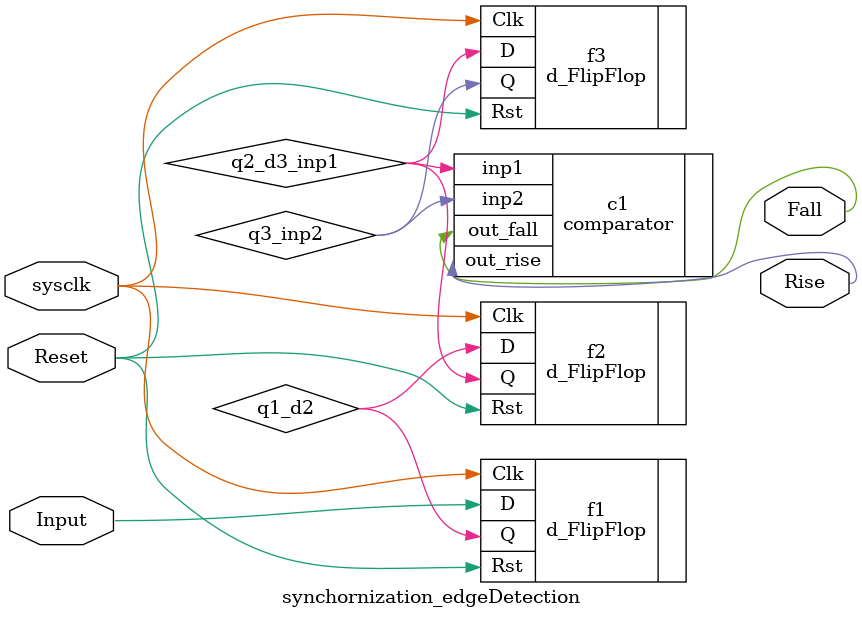
<source format=v>
`timescale 1ns / 1ps


module synchornization_edgeDetection(
    input Input,// input signal to be synchoronized and detect its edges 
    input sysclk,//clk that the input will be synchoronzed with 
    input Reset,//reset system 
    output Rise,// 1 if rise edge detected in the synchornized signal
    output Fall// 1 if falling edge detected in the synchornized signal
    );
    //define wires to conect flip flops with each other 
    wire q1_d2,q2_d3_inp1,q3_inp2;
   //first two flip flops to synchoronize the signal
    d_FlipFlop f1(.Clk(sysclk),.Rst(Reset),.D(Input),.Q(q1_d2));
    d_FlipFlop f2(.Clk(sysclk),.Rst(Reset),.D(q1_d2),.Q(q2_d3_inp1));
    //get the current value of the synchoronized signal from the output of FF2
    //get the previous value of the synchoronized signal from the output of FF3
    d_FlipFlop f3(.Clk(sysclk),.Rst(Reset),.D(q2_d3_inp1),.Q(q3_inp2));
    //insert the current value and the previous value of the signal for detecting rise and fall 
    comparator c1(.inp1(q2_d3_inp1),.inp2(q3_inp2),.out_rise(Rise),.out_fall(Fall));
    
endmodule

</source>
